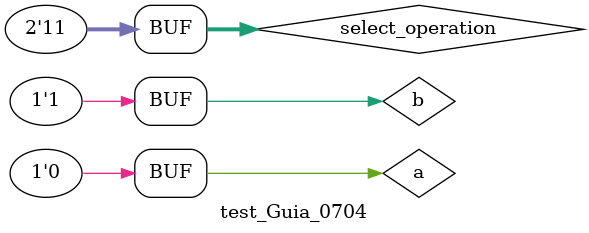
<source format=v>
module Guia_0704 (input a, input b, input [1:0] select_operation, output reg out);

  wire xor_out, xnor_out, or_out, nor_out;

  // Portas NATIVAS para implementar operações lógicas
  xor XOR1 (xor_out, a, b);
  xnor XNOR1 (xnor_out, a, b);
  or OR1 (or_out, a, b);
  nor NOR1 (nor_out, a, b);

  // Seleção da operação
  always @*
  begin
    case(select_operation)
      2'b00: out = xor_out; // XOR
      2'b01: out = xnor_out; // XNOR
      2'b10: out = or_out; // OR
      2'b11: out = nor_out; // NOR
      default: out = 1'bx; // Caso inválido
    endcase
  end

endmodule

module test_Guia_0704;

  reg a, b;
  reg [1:0] select_operation;
  wire out;

  // Instanciar o módulo Guia_0704
  Guia_0704 uut (a, b, select_operation, out);

  initial begin
    $display(" a b sel_op out");
    a = 1'b0; b = 1'b1; select_operation = 2'b00; // Teste com XOR

    // Projetar testes do módulo
    #1 $monitor("%b %b %b %b", a, b, select_operation, out);
    #1 select_operation = 2'b01; // Teste com XNOR
    #1 select_operation = 2'b10; // Teste com OR
    #1 select_operation = 2'b11; // Teste com NOR
  end

endmodule

</source>
